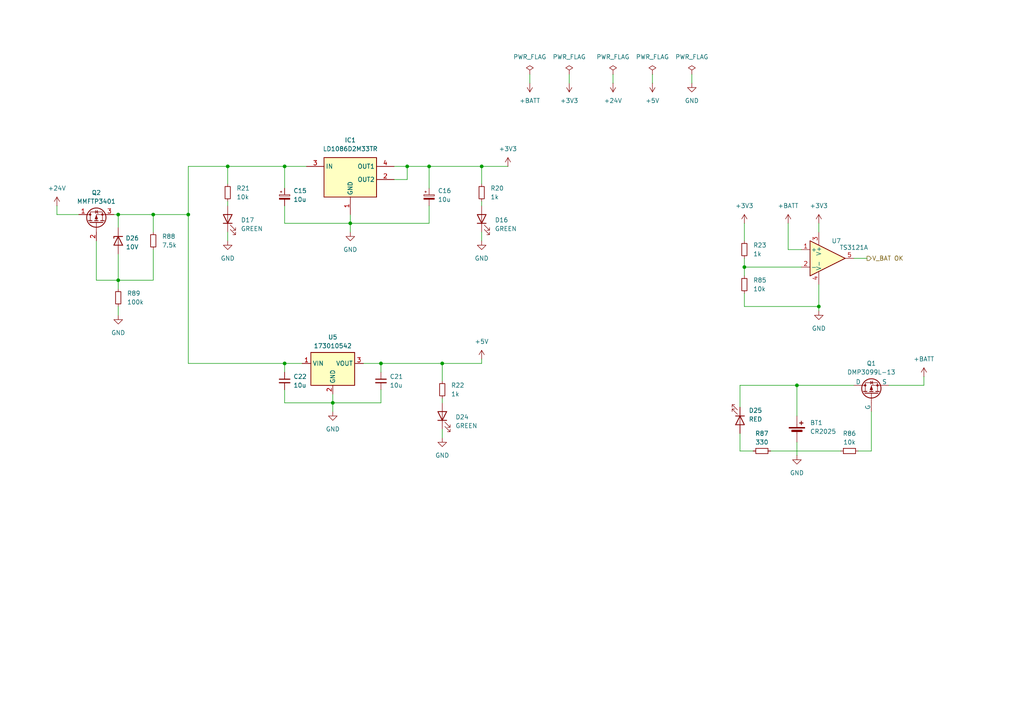
<source format=kicad_sch>
(kicad_sch (version 20231120) (generator "eeschema") (generator_version "8.0")
  (paper "A4")
  (lib_symbols
    (symbol "Device:Battery_Cell" (pin_numbers hide) (pin_names (offset 0) hide)
      (property "Reference" "BT" (at 2.54 2.54 0))
      (property "Value" "Battery_Cell" (at 2.54 0 0))
      (symbol "Battery_Cell_0_1"
        (rectangle (start -2.286 1.778) (end 2.286 1.524) (fill (type outline)))
        (rectangle (start -1.524 1.016) (end 1.524 0.508) (fill (type outline)))
        (polyline (pts (xy 0 0.762) (xy 0 0)))
        (polyline (pts (xy 0 1.778) (xy 0 2.54)))
        (polyline (pts (xy 0.762 3.048) (xy 1.778 3.048)) (stroke (width 0.254)))
        (polyline (pts (xy 1.27 3.556) (xy 1.27 2.54)) (stroke (width 0.254)))
      )
      (symbol "Battery_Cell_1_1"
        (pin passive line (at 0 5.08 270) (length 2.54) (name "+") (number "1"))
        (pin passive line (at 0 -2.54 90) (length 2.54) (name "-") (number "2"))
      )
    )
    (symbol "Device:C_Polarized_Small" (pin_numbers hide) (pin_names (offset 0.254) hide)
      (property "Reference" "C" (at 0.254 1.778 0))
      (property "Value" "C_Polarized_Small" (at 0.254 -2.032 0))
      (symbol "C_Polarized_Small_0_1"
        (rectangle (start -1.524 -0.3048) (end 1.524 -0.6858) (fill (type outline)))
        (rectangle (start -1.524 0.6858) (end 1.524 0.3048))
        (polyline (pts (xy -1.27 1.524) (xy -0.762 1.524)))
        (polyline (pts (xy -1.016 1.27) (xy -1.016 1.778)))
      )
      (symbol "C_Polarized_Small_1_1"
        (pin passive line (at 0 2.54 270) (length 1.8542) (name "~") (number "1"))
        (pin passive line (at 0 -2.54 90) (length 1.8542) (name "~") (number "2"))
      )
    )
    (symbol "Device:C_Small" (pin_numbers hide) (pin_names (offset 0.254) hide)
      (property "Reference" "C" (at 0.254 1.778 0))
      (property "Value" "C_Small" (at 0.254 -2.032 0))
      (symbol "C_Small_0_1"
        (polyline (pts (xy -1.524 -0.508) (xy 1.524 -0.508)) (stroke (width 0.3302)))
        (polyline (pts (xy -1.524 0.508) (xy 1.524 0.508)) (stroke (width 0.3048)))
      )
      (symbol "C_Small_1_1"
        (pin passive line (at 0 2.54 270) (length 2.032) (name "~") (number "1"))
        (pin passive line (at 0 -2.54 90) (length 2.032) (name "~") (number "2"))
      )
    )
    (symbol "Device:D_Zener" (pin_numbers hide) (pin_names (offset 1.016) hide)
      (property "Reference" "D" (at 0 2.54 0))
      (property "Value" "D_Zener" (at 0 -2.54 0))
      (symbol "D_Zener_0_1"
        (polyline (pts (xy 1.27 0) (xy -1.27 0)))
        (polyline (pts (xy -1.27 -1.27) (xy -1.27 1.27) (xy -0.762 1.27)) (stroke (width 0.254)))
        (polyline (pts (xy 1.27 -1.27) (xy 1.27 1.27) (xy -1.27 0) (xy 1.27 -1.27)) (stroke (width 0.254)))
      )
      (symbol "D_Zener_1_1"
        (pin passive line (at -3.81 0 0) (length 2.54) (name "K") (number "1"))
        (pin passive line (at 3.81 0 180) (length 2.54) (name "A") (number "2"))
      )
    )
    (symbol "Device:LED" (pin_numbers hide) (pin_names (offset 1.016) hide)
      (property "Reference" "D" (at 0 2.54 0))
      (property "Value" "LED" (at 0 -2.54 0))
      (symbol "LED_0_1"
        (polyline (pts (xy -1.27 -1.27) (xy -1.27 1.27)) (stroke (width 0.254)))
        (polyline (pts (xy -1.27 0) (xy 1.27 0)))
        (polyline (pts (xy 1.27 -1.27) (xy 1.27 1.27) (xy -1.27 0) (xy 1.27 -1.27)) (stroke (width 0.254)))
        (polyline (pts (xy -3.048 -0.762) (xy -4.572 -2.286) (xy -3.81 -2.286) (xy -4.572 -2.286) (xy -4.572 -1.524)))
        (polyline (pts (xy -1.778 -0.762) (xy -3.302 -2.286) (xy -2.54 -2.286) (xy -3.302 -2.286) (xy -3.302 -1.524)))
      )
      (symbol "LED_1_1"
        (pin passive line (at -3.81 0 0) (length 2.54) (name "K") (number "1"))
        (pin passive line (at 3.81 0 180) (length 2.54) (name "A") (number "2"))
      )
    )
    (symbol "Device:Q_PMOS_DGS" (pin_names (offset 0) hide)
      (property "Reference" "Q" (at 5.08 1.27 0))
      (property "Value" "Q_PMOS_DGS" (at 5.08 -1.27 0))
      (symbol "Q_PMOS_DGS_0_1"
        (polyline (pts (xy 0.254 0) (xy -2.54 0)))
        (polyline (pts (xy 0.254 1.905) (xy 0.254 -1.905)) (stroke (width 0.254)))
        (polyline (pts (xy 0.762 -1.27) (xy 0.762 -2.286)) (stroke (width 0.254)))
        (polyline (pts (xy 0.762 0.508) (xy 0.762 -0.508)) (stroke (width 0.254)))
        (polyline (pts (xy 0.762 2.286) (xy 0.762 1.27)) (stroke (width 0.254)))
        (polyline (pts (xy 2.54 2.54) (xy 2.54 1.778)))
        (polyline (pts (xy 2.54 -2.54) (xy 2.54 0) (xy 0.762 0)))
        (polyline (pts (xy 0.762 1.778) (xy 3.302 1.778) (xy 3.302 -1.778) (xy 0.762 -1.778)))
        (polyline (pts (xy 2.286 0) (xy 1.27 0.381) (xy 1.27 -0.381) (xy 2.286 0)) (fill (type outline)))
        (polyline (pts (xy 2.794 -0.508) (xy 2.921 -0.381) (xy 3.683 -0.381) (xy 3.81 -0.254)))
        (polyline (pts (xy 3.302 -0.381) (xy 2.921 0.254) (xy 3.683 0.254) (xy 3.302 -0.381)))
        (circle (center 1.651 0) (radius 2.794) (stroke (width 0.254)))
        (circle (center 2.54 -1.778) (radius 0.254) (fill (type outline)))
        (circle (center 2.54 1.778) (radius 0.254) (fill (type outline)))
      )
      (symbol "Q_PMOS_DGS_1_1"
        (pin passive line (at 2.54 5.08 270) (length 2.54) (name "D") (number "1"))
        (pin input line (at -5.08 0 0) (length 2.54) (name "G") (number "2"))
        (pin passive line (at 2.54 -5.08 90) (length 2.54) (name "S") (number "3"))
      )
    )
    (symbol "Device:R_Small" (pin_numbers hide) (pin_names (offset 0.254) hide)
      (property "Reference" "R" (at 0.762 0.508 0))
      (property "Value" "R_Small" (at 0.762 -1.016 0))
      (symbol "R_Small_0_1"
        (rectangle (start -0.762 1.778) (end 0.762 -1.778) (stroke (width 0.2032)))
      )
      (symbol "R_Small_1_1"
        (pin passive line (at 0 2.54 270) (length 0.762) (name "~") (number "1"))
        (pin passive line (at 0 -2.54 90) (length 0.762) (name "~") (number "2"))
      )
    )
    (symbol "FaSTTUBe_Voltage_Regulators:173010542"
      (property "Reference" "U" (at -1.27 7.874 0))
      (property "Value" "173010542" (at -5.588 6.096 0))
      (symbol "173010542_0_1"
        (rectangle (start -6.35 4.445) (end 6.35 -5.08) (stroke (width 0.254)) (fill (type background)))
      )
      (symbol "173010542_1_1"
        (pin power_in line (at -8.89 1.27 0) (length 2.54) (name "VIN") (number "1"))
        (pin power_in line (at 0 -7.62 90) (length 2.54) (name "GND") (number "2"))
        (pin power_out line (at 8.89 1.27 180) (length 2.54) (name "VOUT") (number "3"))
      )
    )
    (symbol "GND_6" (power) (pin_numbers hide) (pin_names (offset 0) hide)
      (property "Value" "GND" (at 0 -3.81 0))
      (symbol "GND_6_0_1"
        (polyline (pts (xy 0 0) (xy 0 -1.27) (xy 1.27 -1.27) (xy 0 -2.54) (xy -1.27 -1.27) (xy 0 -1.27)))
      )
      (symbol "GND_6_1_1"
        (pin power_in line (at 0 0 270) (length 0) (name "~") (number "1"))
      )
    )
    (symbol "LD1086D2M33TR:LD1086D2M33TR"
      (property "Reference" "IC" (at 17.78 3.81 0))
      (property "Value" "LD1086D2M33TR" (at 11.43 1.27 0))
      (symbol "LD1086D2M33TR_1_1"
        (rectangle (start 11.43 -1.27) (end 26.67 -12.7) (stroke (width 0.254)) (fill (type background)))
        (pin passive line (at 19.05 -17.78 90) (length 5.08) (name "GND") (number "1"))
        (pin passive line (at 31.75 -7.62 180) (length 5.08) (name "OUT2") (number "2"))
        (pin passive line (at 6.35 -3.81 0) (length 5.08) (name "IN") (number "3"))
        (pin passive line (at 31.75 -3.81 180) (length 5.08) (name "OUT1") (number "4"))
      )
    )
    (symbol "Simulation_SPICE:OPAMP" (pin_names (offset 0.254))
      (property "Reference" "U" (at 3.81 3.175 0))
      (property "Value" "${SIM.PARAMS}" (at 3.81 -3.175 0))
      (symbol "OPAMP_0_1"
        (polyline (pts (xy 5.08 0) (xy -5.08 5.08) (xy -5.08 -5.08) (xy 5.08 0)) (stroke (width 0.254)) (fill (type background)))
      )
      (symbol "OPAMP_1_1"
        (pin input line (at -7.62 2.54 0) (length 2.54) (name "+") (number "1"))
        (pin input line (at -7.62 -2.54 0) (length 2.54) (name "-") (number "2"))
        (pin power_in line (at -2.54 7.62 270) (length 3.81) (name "V+") (number "3"))
        (pin power_in line (at -2.54 -7.62 90) (length 3.81) (name "V-") (number "4"))
        (pin output line (at 7.62 0 180) (length 2.54) (name "~") (number "5"))
      )
    )
    (symbol "Simulation_SPICE:PMOS" (pin_numbers hide) (pin_names (offset 0))
      (property "Reference" "Q" (at 5.08 1.27 0))
      (property "Value" "PMOS" (at 5.08 -1.27 0))
      (symbol "PMOS_0_1"
        (polyline (pts (xy 0.254 0) (xy -2.54 0)))
        (polyline (pts (xy 0.254 1.905) (xy 0.254 -1.905)) (stroke (width 0.254)))
        (polyline (pts (xy 0.762 -1.27) (xy 0.762 -2.286)) (stroke (width 0.254)))
        (polyline (pts (xy 0.762 0.508) (xy 0.762 -0.508)) (stroke (width 0.254)))
        (polyline (pts (xy 0.762 2.286) (xy 0.762 1.27)) (stroke (width 0.254)))
        (polyline (pts (xy 2.54 2.54) (xy 2.54 1.778)))
        (polyline (pts (xy 2.54 -2.54) (xy 2.54 0) (xy 0.762 0)))
        (polyline (pts (xy 0.762 1.778) (xy 3.302 1.778) (xy 3.302 -1.778) (xy 0.762 -1.778)))
        (polyline (pts (xy 2.286 0) (xy 1.27 0.381) (xy 1.27 -0.381) (xy 2.286 0)) (fill (type outline)))
        (polyline (pts (xy 2.794 -0.508) (xy 2.921 -0.381) (xy 3.683 -0.381) (xy 3.81 -0.254)))
        (polyline (pts (xy 3.302 -0.381) (xy 2.921 0.254) (xy 3.683 0.254) (xy 3.302 -0.381)))
        (circle (center 1.651 0) (radius 2.794) (stroke (width 0.254)))
        (circle (center 2.54 -1.778) (radius 0.254) (fill (type outline)))
        (circle (center 2.54 1.778) (radius 0.254) (fill (type outline)))
      )
      (symbol "PMOS_1_1"
        (pin passive line (at 2.54 5.08 270) (length 2.54) (name "D") (number "1"))
        (pin input line (at -5.08 0 0) (length 2.54) (name "G") (number "2"))
        (pin passive line (at 2.54 -5.08 90) (length 2.54) (name "S") (number "3"))
      )
    )
    (symbol "power:+24V" (power) (pin_numbers hide) (pin_names (offset 0) hide)
      (property "Value" "+24V" (at 0 3.556 0))
      (symbol "+24V_0_1"
        (polyline (pts (xy -0.762 1.27) (xy 0 2.54)))
        (polyline (pts (xy 0 0) (xy 0 2.54)))
        (polyline (pts (xy 0 2.54) (xy 0.762 1.27)))
      )
      (symbol "+24V_1_1"
        (pin power_in line (at 0 0 90) (length 0) (name "~") (number "1"))
      )
    )
    (symbol "power:+3V3" (power) (pin_numbers hide) (pin_names (offset 0) hide)
      (property "Value" "+3V3" (at 0 3.556 0))
      (symbol "+3V3_0_1"
        (polyline (pts (xy -0.762 1.27) (xy 0 2.54)))
        (polyline (pts (xy 0 0) (xy 0 2.54)))
        (polyline (pts (xy 0 2.54) (xy 0.762 1.27)))
      )
      (symbol "+3V3_1_1"
        (pin power_in line (at 0 0 90) (length 0) (name "~") (number "1"))
      )
    )
    (symbol "power:+5V" (power) (pin_numbers hide) (pin_names (offset 0) hide)
      (property "Value" "+5V" (at 0 3.556 0))
      (symbol "+5V_0_1"
        (polyline (pts (xy -0.762 1.27) (xy 0 2.54)))
        (polyline (pts (xy 0 0) (xy 0 2.54)))
        (polyline (pts (xy 0 2.54) (xy 0.762 1.27)))
      )
      (symbol "+5V_1_1"
        (pin power_in line (at 0 0 90) (length 0) (name "~") (number "1"))
      )
    )
    (symbol "power:+BATT" (power) (pin_numbers hide) (pin_names (offset 0) hide)
      (property "Value" "+BATT" (at 0 3.556 0))
      (symbol "+BATT_0_1"
        (polyline (pts (xy -0.762 1.27) (xy 0 2.54)))
        (polyline (pts (xy 0 0) (xy 0 2.54)))
        (polyline (pts (xy 0 2.54) (xy 0.762 1.27)))
      )
      (symbol "+BATT_1_1"
        (pin power_in line (at 0 0 90) (length 0) (name "~") (number "1"))
      )
    )
    (symbol "power:GND" (power) (pin_numbers hide) (pin_names (offset 0) hide)
      (property "Value" "GND" (at 0 -3.81 0))
      (symbol "GND_0_1"
        (polyline (pts (xy 0 0) (xy 0 -1.27) (xy 1.27 -1.27) (xy 0 -2.54) (xy -1.27 -1.27) (xy 0 -1.27)))
      )
      (symbol "GND_1_1"
        (pin power_in line (at 0 0 270) (length 0) (name "~") (number "1"))
      )
    )
    (symbol "power:PWR_FLAG" (power) (pin_numbers hide) (pin_names (offset 0) hide)
      (property "Value" "PWR_FLAG" (at 0 3.81 0))
      (symbol "PWR_FLAG_0_0"
        (pin power_out line (at 0 0 90) (length 0) (name "~") (number "1"))
      )
      (symbol "PWR_FLAG_0_1"
        (polyline (pts (xy 0 0) (xy 0 1.27) (xy -1.016 1.905) (xy 0 2.54) (xy 1.016 1.905) (xy 0 1.27)))
      )
    )
  )
  (junction (at 215.9 77.47))
  (junction (at 124.46 48.26))
  (junction (at 82.55 48.26))
  (junction (at 231.14 111.76))
  (junction (at 34.29 62.23))
  (junction (at 82.55 105.41))
  (junction (at 96.52 116.84))
  (junction (at 118.11 48.26))
  (junction (at 139.7 48.26))
  (junction (at 110.49 105.41))
  (junction (at 101.6 64.77))
  (junction (at 44.45 62.23))
  (junction (at 237.49 88.9))
  (junction (at 66.04 48.26))
  (junction (at 128.27 105.41))
  (junction (at 54.61 62.23))
  (junction (at 34.29 81.28))
  (wire (pts (xy 139.7 105.41) (xy 128.27 105.41)))
  (wire (pts (xy 34.29 62.23) (xy 44.45 62.23)))
  (wire (pts (xy 118.11 48.26) (xy 124.46 48.26)))
  (wire (pts (xy 66.04 48.26) (xy 82.55 48.26)))
  (wire (pts (xy 82.55 113.03) (xy 82.55 116.84)))
  (wire (pts (xy 54.61 105.41) (xy 82.55 105.41)))
  (wire (pts (xy 247.65 74.93) (xy 251.46 74.93)))
  (wire (pts (xy 128.27 105.41) (xy 110.49 105.41)))
  (wire (pts (xy 82.55 116.84) (xy 96.52 116.84)))
  (wire (pts (xy 128.27 105.41) (xy 128.27 110.49)))
  (wire (pts (xy 248.92 130.81) (xy 252.73 130.81)))
  (wire (pts (xy 267.97 111.76) (xy 267.97 109.22)))
  (wire (pts (xy 118.11 52.07) (xy 118.11 48.26)))
  (wire (pts (xy 153.67 21.59) (xy 153.67 24.13)))
  (wire (pts (xy 215.9 88.9) (xy 237.49 88.9)))
  (wire (pts (xy 34.29 88.9) (xy 34.29 91.44)))
  (wire (pts (xy 16.51 59.69) (xy 16.51 62.23)))
  (wire (pts (xy 44.45 62.23) (xy 44.45 67.31)))
  (wire (pts (xy 66.04 67.31) (xy 66.04 69.85)))
  (wire (pts (xy 223.52 130.81) (xy 243.84 130.81)))
  (wire (pts (xy 200.66 21.59) (xy 200.66 24.13)))
  (wire (pts (xy 237.49 82.55) (xy 237.49 88.9)))
  (wire (pts (xy 34.29 73.66) (xy 34.29 81.28)))
  (wire (pts (xy 177.8 21.59) (xy 177.8 24.13)))
  (wire (pts (xy 22.86 62.23) (xy 16.51 62.23)))
  (wire (pts (xy 215.9 64.77) (xy 215.9 69.85)))
  (wire (pts (xy 82.55 105.41) (xy 87.63 105.41)))
  (wire (pts (xy 66.04 58.42) (xy 66.04 59.69)))
  (wire (pts (xy 82.55 107.95) (xy 82.55 105.41)))
  (wire (pts (xy 139.7 48.26) (xy 139.7 53.34)))
  (wire (pts (xy 214.63 125.73) (xy 214.63 130.81)))
  (wire (pts (xy 54.61 48.26) (xy 54.61 62.23)))
  (wire (pts (xy 215.9 74.93) (xy 215.9 77.47)))
  (wire (pts (xy 101.6 62.23) (xy 101.6 64.77)))
  (wire (pts (xy 252.73 130.81) (xy 252.73 119.38)))
  (wire (pts (xy 105.41 105.41) (xy 110.49 105.41)))
  (wire (pts (xy 214.63 111.76) (xy 231.14 111.76)))
  (wire (pts (xy 82.55 59.69) (xy 82.55 64.77)))
  (wire (pts (xy 237.49 64.77) (xy 237.49 67.31)))
  (wire (pts (xy 237.49 88.9) (xy 237.49 90.17)))
  (wire (pts (xy 114.3 48.26) (xy 118.11 48.26)))
  (wire (pts (xy 44.45 62.23) (xy 54.61 62.23)))
  (wire (pts (xy 114.3 52.07) (xy 118.11 52.07)))
  (wire (pts (xy 139.7 67.31) (xy 139.7 69.85)))
  (wire (pts (xy 110.49 105.41) (xy 110.49 107.95)))
  (wire (pts (xy 44.45 81.28) (xy 34.29 81.28)))
  (wire (pts (xy 82.55 48.26) (xy 82.55 54.61)))
  (wire (pts (xy 124.46 54.61) (xy 124.46 48.26)))
  (wire (pts (xy 27.94 81.28) (xy 34.29 81.28)))
  (wire (pts (xy 27.94 69.85) (xy 27.94 81.28)))
  (wire (pts (xy 82.55 64.77) (xy 101.6 64.77)))
  (wire (pts (xy 82.55 48.26) (xy 88.9 48.26)))
  (wire (pts (xy 214.63 130.81) (xy 218.44 130.81)))
  (wire (pts (xy 231.14 111.76) (xy 231.14 120.65)))
  (wire (pts (xy 124.46 64.77) (xy 124.46 59.69)))
  (wire (pts (xy 228.6 64.77) (xy 228.6 72.39)))
  (wire (pts (xy 33.02 62.23) (xy 34.29 62.23)))
  (wire (pts (xy 96.52 114.3) (xy 96.52 116.84)))
  (wire (pts (xy 231.14 128.27) (xy 231.14 132.08)))
  (wire (pts (xy 128.27 124.46) (xy 128.27 127)))
  (wire (pts (xy 34.29 62.23) (xy 34.29 66.04)))
  (wire (pts (xy 231.14 111.76) (xy 247.65 111.76)))
  (wire (pts (xy 139.7 104.14) (xy 139.7 105.41)))
  (wire (pts (xy 101.6 64.77) (xy 101.6 67.31)))
  (wire (pts (xy 257.81 111.76) (xy 267.97 111.76)))
  (wire (pts (xy 215.9 77.47) (xy 232.41 77.47)))
  (wire (pts (xy 215.9 77.47) (xy 215.9 80.01)))
  (wire (pts (xy 96.52 116.84) (xy 96.52 119.38)))
  (wire (pts (xy 139.7 58.42) (xy 139.7 59.69)))
  (wire (pts (xy 54.61 62.23) (xy 54.61 105.41)))
  (wire (pts (xy 34.29 81.28) (xy 34.29 83.82)))
  (wire (pts (xy 215.9 85.09) (xy 215.9 88.9)))
  (wire (pts (xy 165.1 21.59) (xy 165.1 24.13)))
  (wire (pts (xy 128.27 115.57) (xy 128.27 116.84)))
  (wire (pts (xy 44.45 72.39) (xy 44.45 81.28)))
  (wire (pts (xy 124.46 48.26) (xy 139.7 48.26)))
  (wire (pts (xy 189.23 21.59) (xy 189.23 24.13)))
  (wire (pts (xy 66.04 48.26) (xy 66.04 53.34)))
  (wire (pts (xy 101.6 64.77) (xy 124.46 64.77)))
  (wire (pts (xy 139.7 48.26) (xy 147.32 48.26)))
  (wire (pts (xy 110.49 113.03) (xy 110.49 116.84)))
  (wire (pts (xy 214.63 118.11) (xy 214.63 111.76)))
  (wire (pts (xy 110.49 116.84) (xy 96.52 116.84)))
  (wire (pts (xy 228.6 72.39) (xy 232.41 72.39)))
  (wire (pts (xy 54.61 48.26) (xy 66.04 48.26)))
  (hierarchical_label "V_BAT OK" (shape output) (at 251.46 74.93 0))
  (symbol (lib_id "power:+24V") (at 177.8 24.13 180) (unit 1)
    (property "Reference" "#PWR024" (effects (hide yes)))
    (property "Value" "+24V" (at 177.8 29.21 0))
    (property "Description" "Power symbol creates a global label with name \"+24V\"" (effects (hide yes)))
  )
  (symbol (lib_id "Device:D_Zener") (at 34.29 69.85 90) (mirror x) (unit 1)
    (property "Reference" "D26" (at 38.354 69.088 90))
    (property "Value" "10V" (at 38.354 71.628 90))
    (property "Footprint" "3SMAJ5934B-TP:DIOM5226X244N" (effects (hide yes)))
    (property "Datasheet" "https://www.mouser.de/datasheet/2/258/3SMAJ5918B_3SMAJ5956B_SMA_-3423242.pdf" (effects (hide yes)))
    (property "Description" "Zener diode" (effects (hide yes)))
    (property "MPR" "3SMAJ5925B" (effects (hide yes)))
  )
  (symbol (lib_id "power:+3V3") (at 237.49 64.77 0) (unit 1)
    (property "Reference" "#PWR0189" (effects (hide yes)))
    (property "Value" "+3V3" (at 237.49 59.69 0))
    (property "Description" "Power symbol creates a global label with name \"+3V3\"" (effects (hide yes)))
  )
  (symbol (lib_id "power:GND") (at 101.6 67.31 0) (unit 1)
    (property "Reference" "#PWR020" (effects (hide yes)))
    (property "Value" "GND" (at 101.6 72.39 0))
    (property "Description" "Power symbol creates a global label with name \"GND\" , ground" (effects (hide yes)))
  )
  (symbol (lib_id "Device:R_Small") (at 220.98 130.81 90) (unit 1)
    (property "Reference" "R87" (at 220.98 125.73 90))
    (property "Value" "330" (at 220.98 128.27 90))
    (property "Description" "Resistor, small symbol" (effects (hide yes)))
  )
  (symbol (lib_id "Device:C_Polarized_Small") (at 124.46 57.15 0) (unit 1)
    (property "Reference" "C16" (at 127 55.3338 0) (effects (justify left)))
    (property "Value" "10u" (at 127 57.8738 0) (effects (justify left)))
    (property "Footprint" "Capacitor_SMD:C_0603_1608Metric" (effects (hide yes)))
    (property "Description" "Polarized capacitor, small symbol" (effects (hide yes)))
  )
  (symbol (lib_id "power:PWR_FLAG") (at 153.67 21.59 0) (unit 1)
    (property "Reference" "#FLG04" (effects (hide yes)))
    (property "Value" "PWR_FLAG" (at 153.67 16.51 0))
    (property "Description" "Special symbol for telling ERC where power comes from" (effects (hide yes)))
  )
  (symbol (lib_id "Device:Q_PMOS_DGS") (at 27.94 64.77 90) (unit 1)
    (property "Reference" "Q2" (at 27.94 55.88 90))
    (property "Value" "MMFTP3401" (at 27.94 58.42 90))
    (property "Footprint" "FaSTTUBe_Switches:SOT-23_GSD" (effects (hide yes)))
    (property "Datasheet" "https://diotec.com/request/datasheet/mmftp3401.pdf" (effects (hide yes)))
    (property "Description" "P-MOSFET transistor, drain/gate/source" (effects (hide yes)))
    (property "Sim.Device" "PMOS" (effects (hide yes)))
    (property "Sim.Type" "VDMOS" (effects (hide yes)))
    (property "Sim.Pins" "1=D 2=G 3=S" (effects (hide yes)))
  )
  (symbol (lib_id "Simulation_SPICE:OPAMP") (at 240.03 74.93 0) (unit 1)
    (property "Reference" "U7" (at 242.57 69.8814 0))
    (property "Value" "TS3121A" (at 247.65 71.7865 0))
    (property "Datasheet" "https://www.st.com/resource/en/datasheet/ts3121a.pdf" (effects (hide yes)))
  )
  (symbol (lib_id "power:PWR_FLAG") (at 189.23 21.59 0) (unit 1)
    (property "Reference" "#FLG05" (effects (hide yes)))
    (property "Value" "PWR_FLAG" (at 189.23 16.51 0))
    (property "Description" "Special symbol for telling ERC where power comes from" (effects (hide yes)))
  )
  (symbol (lib_id "power:+BATT") (at 228.6 64.77 0) (unit 1)
    (property "Reference" "#PWR0191" (effects (hide yes)))
    (property "Value" "+BATT" (at 228.6 59.69 0))
    (property "Description" "Power symbol creates a global label with name \"+BATT\"" (effects (hide yes)))
  )
  (symbol (lib_id "Device:R_Small") (at 66.04 55.88 0) (unit 1)
    (property "Reference" "R21" (at 68.58 54.6099 0) (effects (justify left)))
    (property "Value" "10k" (at 68.58 57.1499 0) (effects (justify left)))
    (property "Footprint" "Resistor_SMD:R_0603_1608Metric" (effects (hide yes)))
    (property "Description" "Resistor, small symbol" (effects (hide yes)))
  )
  (symbol (lib_id "Device:R_Small") (at 128.27 113.03 0) (unit 1)
    (property "Reference" "R22" (at 130.81 111.7599 0) (effects (justify left)))
    (property "Value" "1k" (at 130.81 114.2999 0) (effects (justify left)))
    (property "Footprint" "Resistor_SMD:R_0603_1608Metric" (effects (hide yes)))
    (property "Description" "Resistor, small symbol" (effects (hide yes)))
  )
  (symbol (lib_id "Device:R_Small") (at 246.38 130.81 90) (unit 1)
    (property "Reference" "R86" (at 246.38 125.73 90))
    (property "Value" "10k" (at 246.38 128.27 90))
    (property "Description" "Resistor, small symbol" (effects (hide yes)))
  )
  (symbol (lib_id "Device:C_Polarized_Small") (at 82.55 57.15 0) (unit 1)
    (property "Reference" "C15" (at 85.09 55.3338 0) (effects (justify left)))
    (property "Value" "10u" (at 85.09 57.8738 0) (effects (justify left)))
    (property "Footprint" "Capacitor_SMD:C_0603_1608Metric" (effects (hide yes)))
    (property "Description" "Polarized capacitor, small symbol" (effects (hide yes)))
  )
  (symbol (lib_id "Device:R_Small") (at 215.9 82.55 0) (unit 1)
    (property "Reference" "R85" (at 218.44 81.2799 0) (effects (justify left)))
    (property "Value" "10k" (at 218.44 83.8199 0) (effects (justify left)))
    (property "Description" "Resistor, small symbol" (effects (hide yes)))
  )
  (symbol (lib_id "power:+24V") (at 16.51 59.69 0) (unit 1)
    (property "Reference" "#PWR0179" (effects (hide yes)))
    (property "Value" "+24V" (at 16.51 54.61 0))
    (property "Description" "Power symbol creates a global label with name \"+24V\"" (effects (hide yes)))
  )
  (symbol (lib_id "power:+3V3") (at 165.1 24.13 180) (unit 1)
    (property "Reference" "#PWR023" (effects (hide yes)))
    (property "Value" "+3V3" (at 165.1 29.21 0))
    (property "Description" "Power symbol creates a global label with name \"+3V3\"" (effects (hide yes)))
  )
  (symbol (lib_id "Device:R_Small") (at 34.29 86.36 0) (unit 1)
    (property "Reference" "R89" (at 36.83 85.0899 0) (effects (justify left)))
    (property "Value" "100k" (at 36.83 87.6299 0) (effects (justify left)))
    (property "Footprint" "Resistor_SMD:R_0603_1608Metric" (effects (hide yes)))
    (property "Description" "Resistor, small symbol" (effects (hide yes)))
  )
  (symbol (lib_id "Simulation_SPICE:PMOS") (at 252.73 114.3 90) (unit 1)
    (property "Reference" "Q1" (at 252.73 105.41 90))
    (property "Value" "DMP3099L-13" (at 252.73 107.95 90))
    (property "Datasheet" "http://www.aosmd.com/pdfs/datasheet/AO3401A.pdf" (effects (hide yes)))
    (property "Description" "P-MOSFET transistor, drain/source/gate" (effects (hide yes)))
  )
  (symbol (lib_id "power:+3V3") (at 147.32 48.26 0) (unit 1)
    (property "Reference" "#PWR022" (effects (hide yes)))
    (property "Value" "+3V3" (at 147.32 43.18 0))
    (property "Description" "Power symbol creates a global label with name \"+3V3\"" (effects (hide yes)))
  )
  (symbol (lib_id "Device:R_Small") (at 139.7 55.88 0) (unit 1)
    (property "Reference" "R20" (at 142.24 54.6099 0) (effects (justify left)))
    (property "Value" "1k" (at 142.24 57.1499 0) (effects (justify left)))
    (property "Footprint" "Resistor_SMD:R_0603_1608Metric" (effects (hide yes)))
    (property "Description" "Resistor, small symbol" (effects (hide yes)))
  )
  (symbol (lib_id "power:GND") (at 231.14 132.08 0) (unit 1)
    (property "Reference" "#PWR043" (effects (hide yes)))
    (property "Value" "GND" (at 231.14 137.16 0))
    (property "Description" "Power symbol creates a global label with name \"GND\" , ground" (effects (hide yes)))
  )
  (symbol (lib_id "power:GND") (at 34.29 91.44 0) (unit 1)
    (property "Reference" "#PWR0177" (effects (hide yes)))
    (property "Value" "GND" (at 34.29 96.52 0))
    (property "Description" "Power symbol creates a global label with name \"GND\" , ground" (effects (hide yes)))
  )
  (symbol (lib_id "power:+5V") (at 139.7 104.14 0) (unit 1)
    (property "Reference" "#PWR055" (effects (hide yes)))
    (property "Value" "+5V" (at 139.7 99.06 0))
    (property "Description" "Power symbol creates a global label with name \"+5V\"" (effects (hide yes)))
  )
  (symbol (lib_id "Device:R_Small") (at 44.45 69.85 0) (unit 1)
    (property "Reference" "R88" (at 46.99 68.5799 0) (effects (justify left)))
    (property "Value" "7.5k" (at 46.99 71.1199 0) (effects (justify left)))
    (property "Footprint" "Resistor_SMD:R_0603_1608Metric" (effects (hide yes)))
    (property "Description" "Resistor, small symbol" (effects (hide yes)))
  )
  (symbol (lib_id "Device:LED") (at 128.27 120.65 90) (unit 1)
    (property "Reference" "D24" (at 132.08 120.9674 90) (effects (justify right)))
    (property "Value" "GREEN" (at 132.08 123.5074 90) (effects (justify right)))
    (property "Footprint" "LED_SMD:LED_0603_1608Metric" (effects (hide yes)))
    (property "Datasheet" "https://www.we-online.com/components/products/datasheet/150060VS75000.pdf" (effects (hide yes)))
    (property "Description" "Light emitting diode" (effects (hide yes)))
  )
  (symbol (lib_id "power:PWR_FLAG") (at 165.1 21.59 0) (unit 1)
    (property "Reference" "#FLG01" (effects (hide yes)))
    (property "Value" "PWR_FLAG" (at 165.1 16.51 0))
    (property "Description" "Special symbol for telling ERC where power comes from" (effects (hide yes)))
  )
  (symbol (lib_id "Device:Battery_Cell") (at 231.14 125.73 0) (unit 1)
    (property "Reference" "BT1" (at 234.95 122.6184 0) (effects (justify left)))
    (property "Value" "CR2025" (at 234.95 125.1584 0) (effects (justify left)))
    (property "Description" "Single-cell battery" (effects (hide yes)))
  )
  (symbol (lib_name "GND_6") (lib_id "power:GND") (at 96.52 119.38 0) (unit 1)
    (property "Reference" "#PWR054" (effects (hide yes)))
    (property "Value" "GND" (at 96.52 124.46 0))
    (property "Description" "Power symbol creates a global label with name \"GND\" , ground" (effects (hide yes)))
  )
  (symbol (lib_id "Device:LED") (at 214.63 121.92 270) (unit 1)
    (property "Reference" "D25" (at 217.17 119.0624 90) (effects (justify left)))
    (property "Value" "RED" (at 217.17 121.6024 90) (effects (justify left)))
    (property "Description" "Light emitting diode" (effects (hide yes)))
  )
  (symbol (lib_id "Device:C_Small") (at 110.49 110.49 0) (unit 1)
    (property "Reference" "C21" (at 113.03 109.2262 0) (effects (justify left)))
    (property "Value" "10u" (at 113.03 111.7662 0) (effects (justify left)))
    (property "Footprint" "Capacitor_SMD:C_1210_3225Metric" (effects (hide yes)))
    (property "Description" "Unpolarized capacitor, small symbol" (effects (hide yes)))
  )
  (symbol (lib_id "Device:LED") (at 139.7 63.5 90) (unit 1)
    (property "Reference" "D16" (at 143.51 63.8174 90) (effects (justify right)))
    (property "Value" "GREEN" (at 143.51 66.3574 90) (effects (justify right)))
    (property "Footprint" "LED_SMD:LED_0603_1608Metric" (effects (hide yes)))
    (property "Datasheet" "https://www.we-online.com/components/products/datasheet/150060VS75000.pdf" (effects (hide yes)))
    (property "Description" "Light emitting diode" (effects (hide yes)))
  )
  (symbol (lib_id "power:+BATT") (at 267.97 109.22 0) (unit 1)
    (property "Reference" "#PWR044" (effects (hide yes)))
    (property "Value" "+BATT" (at 267.97 104.14 0))
    (property "Description" "Power symbol creates a global label with name \"+BATT\"" (effects (hide yes)))
  )
  (symbol (lib_id "power:+BATT") (at 153.67 24.13 180) (unit 1)
    (property "Reference" "#PWR045" (effects (hide yes)))
    (property "Value" "+BATT" (at 153.67 29.21 0))
    (property "Description" "Power symbol creates a global label with name \"+BATT\"" (effects (hide yes)))
  )
  (symbol (lib_id "LD1086D2M33TR:LD1086D2M33TR") (at 82.55 44.45 0) (unit 1)
    (property "Reference" "IC1" (at 101.6 40.64 0))
    (property "Value" "LD1086D2M33TR" (at 101.6 43.18 0))
    (property "Footprint" "LD1086D2M33TR:LD1086D2M33TR" (effects (hide yes)))
    (property "Datasheet" "http://www.st.com/web/en/resource/technical/document/datasheet/CD00001884.pdf" (effects (hide yes)))
    (property "Description" "LD1086D2M33TR,LDO Voltage regulator 3.3V" (effects (hide yes)))
    (property "Height" "4.6" (effects (hide yes)))
    (property "Mouser Part Number" "511-LD1086D2M33-TR" (effects (hide yes)))
    (property "Mouser Price/Stock" "https://www.mouser.co.uk/ProductDetail/STMicroelectronics/LD1086D2M33TR?qs=I99Cha7Up6QLBH2pissvdA%3D%3D" (effects (hide yes)))
    (property "Manufacturer_Name" "STMicroelectronics" (effects (hide yes)))
    (property "Manufacturer_Part_Number" "LD1086D2M33TR" (effects (hide yes)))
  )
  (symbol (lib_id "power:PWR_FLAG") (at 177.8 21.59 0) (unit 1)
    (property "Reference" "#FLG02" (effects (hide yes)))
    (property "Value" "PWR_FLAG" (at 177.8 16.51 0))
    (property "Description" "Special symbol for telling ERC where power comes from" (effects (hide yes)))
  )
  (symbol (lib_id "power:+3V3") (at 215.9 64.77 0) (unit 1)
    (property "Reference" "#PWR0192" (effects (hide yes)))
    (property "Value" "+3V3" (at 215.9 59.69 0))
    (property "Description" "Power symbol creates a global label with name \"+3V3\"" (effects (hide yes)))
  )
  (symbol (lib_name "GND_6") (lib_id "power:GND") (at 128.27 127 0) (unit 1)
    (property "Reference" "#PWR056" (effects (hide yes)))
    (property "Value" "GND" (at 128.27 132.08 0))
    (property "Description" "Power symbol creates a global label with name \"GND\" , ground" (effects (hide yes)))
  )
  (symbol (lib_id "Device:R_Small") (at 215.9 72.39 0) (unit 1)
    (property "Reference" "R23" (at 218.44 71.1199 0) (effects (justify left)))
    (property "Value" "1k" (at 218.44 73.6599 0) (effects (justify left)))
    (property "Description" "Resistor, small symbol" (effects (hide yes)))
  )
  (symbol (lib_id "FaSTTUBe_Voltage_Regulators:173010542") (at 96.52 106.68 0) (unit 1)
    (property "Reference" "U5" (at 96.52 97.79 0))
    (property "Value" "173010542" (at 96.52 100.33 0))
    (property "Footprint" "FaSTTUBe_Voltage_Regulators:MagI3C-FDSM-SIP-3" (effects (hide yes)))
    (property "Datasheet" "https://www.we-online.com/components/products/datasheet/173010342.pdf" (effects (hide yes)))
    (property "Description" "Current capability up to 1A, Input voltage range: 7 to 42V, Output voltage: 5V" (effects (hide yes)))
  )
  (symbol (lib_id "power:GND") (at 200.66 24.13 0) (unit 1)
    (property "Reference" "#PWR025" (effects (hide yes)))
    (property "Value" "GND" (at 200.66 29.21 0))
    (property "Description" "Power symbol creates a global label with name \"GND\" , ground" (effects (hide yes)))
  )
  (symbol (lib_id "power:+5V") (at 189.23 24.13 180) (unit 1)
    (property "Reference" "#PWR058" (effects (hide yes)))
    (property "Value" "+5V" (at 189.23 29.21 0))
    (property "Description" "Power symbol creates a global label with name \"+5V\"" (effects (hide yes)))
  )
  (symbol (lib_id "Device:LED") (at 66.04 63.5 90) (unit 1)
    (property "Reference" "D17" (at 69.85 63.8174 90) (effects (justify right)))
    (property "Value" "GREEN" (at 69.85 66.3574 90) (effects (justify right)))
    (property "Footprint" "LED_SMD:LED_0603_1608Metric" (effects (hide yes)))
    (property "Datasheet" "https://www.we-online.com/components/products/datasheet/150060VS75000.pdf" (effects (hide yes)))
    (property "Description" "Light emitting diode" (effects (hide yes)))
  )
  (symbol (lib_id "power:PWR_FLAG") (at 200.66 21.59 0) (unit 1)
    (property "Reference" "#FLG03" (effects (hide yes)))
    (property "Value" "PWR_FLAG" (at 200.66 16.51 0))
    (property "Description" "Special symbol for telling ERC where power comes from" (effects (hide yes)))
  )
  (symbol (lib_name "GND_6") (lib_id "power:GND") (at 66.04 69.85 0) (unit 1)
    (property "Reference" "#PWR048" (effects (hide yes)))
    (property "Value" "GND" (at 66.04 74.93 0))
    (property "Description" "Power symbol creates a global label with name \"GND\" , ground" (effects (hide yes)))
  )
  (symbol (lib_name "GND_6") (lib_id "power:GND") (at 237.49 90.17 0) (unit 1)
    (property "Reference" "#PWR0190" (effects (hide yes)))
    (property "Value" "GND" (at 237.49 95.25 0))
    (property "Description" "Power symbol creates a global label with name \"GND\" , ground" (effects (hide yes)))
  )
  (symbol (lib_name "GND_6") (lib_id "power:GND") (at 139.7 69.85 0) (unit 1)
    (property "Reference" "#PWR047" (effects (hide yes)))
    (property "Value" "GND" (at 139.7 74.93 0))
    (property "Description" "Power symbol creates a global label with name \"GND\" , ground" (effects (hide yes)))
  )
  (symbol (lib_id "Device:C_Small") (at 82.55 110.49 0) (unit 1)
    (property "Reference" "C22" (at 85.09 109.2262 0) (effects (justify left)))
    (property "Value" "10u" (at 85.09 111.7662 0) (effects (justify left)))
    (property "Footprint" "Capacitor_SMD:C_1210_3225Metric" (effects (hide yes)))
    (property "Description" "Unpolarized capacitor, small symbol" (effects (hide yes)))
  )
)
</source>
